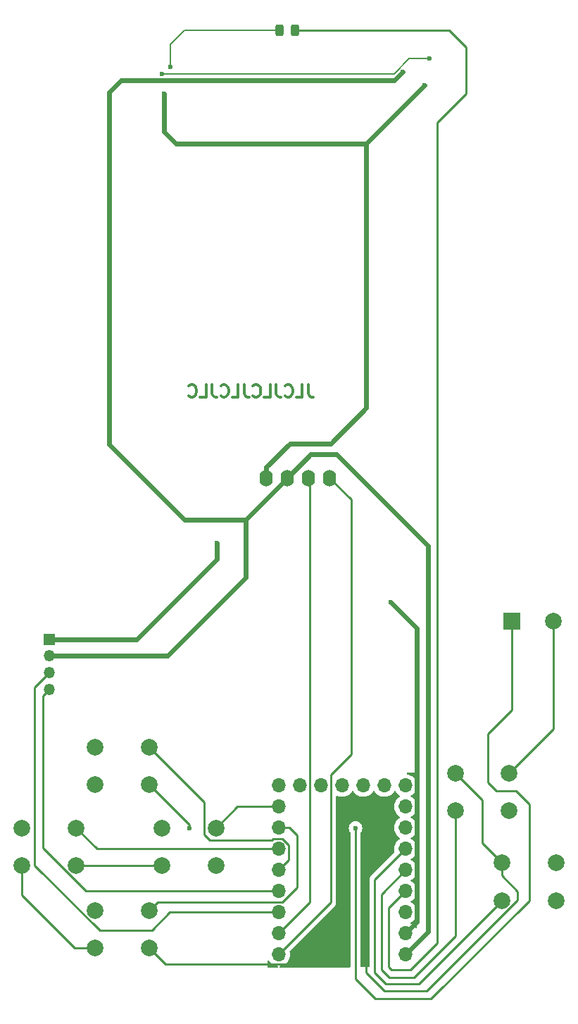
<source format=gbr>
G04 #@! TF.GenerationSoftware,KiCad,Pcbnew,8.0.5-8.0.5-0~ubuntu24.04.1*
G04 #@! TF.CreationDate,2024-10-08T07:52:30+09:00*
G04 #@! TF.ProjectId,gopher_bird_rp2040_sw,676f7068-6572-45f6-9269-72645f727032,rev?*
G04 #@! TF.SameCoordinates,Original*
G04 #@! TF.FileFunction,Copper,L2,Bot*
G04 #@! TF.FilePolarity,Positive*
%FSLAX46Y46*%
G04 Gerber Fmt 4.6, Leading zero omitted, Abs format (unit mm)*
G04 Created by KiCad (PCBNEW 8.0.5-8.0.5-0~ubuntu24.04.1) date 2024-10-08 07:52:30*
%MOMM*%
%LPD*%
G01*
G04 APERTURE LIST*
G04 Aperture macros list*
%AMRoundRect*
0 Rectangle with rounded corners*
0 $1 Rounding radius*
0 $2 $3 $4 $5 $6 $7 $8 $9 X,Y pos of 4 corners*
0 Add a 4 corners polygon primitive as box body*
4,1,4,$2,$3,$4,$5,$6,$7,$8,$9,$2,$3,0*
0 Add four circle primitives for the rounded corners*
1,1,$1+$1,$2,$3*
1,1,$1+$1,$4,$5*
1,1,$1+$1,$6,$7*
1,1,$1+$1,$8,$9*
0 Add four rect primitives between the rounded corners*
20,1,$1+$1,$2,$3,$4,$5,0*
20,1,$1+$1,$4,$5,$6,$7,0*
20,1,$1+$1,$6,$7,$8,$9,0*
20,1,$1+$1,$8,$9,$2,$3,0*%
G04 Aperture macros list end*
%ADD10C,0.300000*%
G04 #@! TA.AperFunction,NonConductor*
%ADD11C,0.300000*%
G04 #@! TD*
G04 #@! TA.AperFunction,ComponentPad*
%ADD12O,1.700000X1.700000*%
G04 #@! TD*
G04 #@! TA.AperFunction,ComponentPad*
%ADD13O,1.600000X2.000000*%
G04 #@! TD*
G04 #@! TA.AperFunction,ComponentPad*
%ADD14C,2.000000*%
G04 #@! TD*
G04 #@! TA.AperFunction,ComponentPad*
%ADD15R,1.350000X1.350000*%
G04 #@! TD*
G04 #@! TA.AperFunction,ComponentPad*
%ADD16O,1.350000X1.350000*%
G04 #@! TD*
G04 #@! TA.AperFunction,ComponentPad*
%ADD17R,2.000000X2.000000*%
G04 #@! TD*
G04 #@! TA.AperFunction,SMDPad,CuDef*
%ADD18RoundRect,0.243750X0.243750X0.456250X-0.243750X0.456250X-0.243750X-0.456250X0.243750X-0.456250X0*%
G04 #@! TD*
G04 #@! TA.AperFunction,ViaPad*
%ADD19C,0.600000*%
G04 #@! TD*
G04 #@! TA.AperFunction,Conductor*
%ADD20C,0.250000*%
G04 #@! TD*
G04 #@! TA.AperFunction,Conductor*
%ADD21C,0.600000*%
G04 #@! TD*
G04 #@! TA.AperFunction,Conductor*
%ADD22C,0.200000*%
G04 #@! TD*
G04 APERTURE END LIST*
D10*
D11*
X113016917Y-108500828D02*
X113016917Y-109572257D01*
X113016917Y-109572257D02*
X113088346Y-109786542D01*
X113088346Y-109786542D02*
X113231203Y-109929400D01*
X113231203Y-109929400D02*
X113445489Y-110000828D01*
X113445489Y-110000828D02*
X113588346Y-110000828D01*
X111588346Y-110000828D02*
X112302632Y-110000828D01*
X112302632Y-110000828D02*
X112302632Y-108500828D01*
X110231203Y-109857971D02*
X110302631Y-109929400D01*
X110302631Y-109929400D02*
X110516917Y-110000828D01*
X110516917Y-110000828D02*
X110659774Y-110000828D01*
X110659774Y-110000828D02*
X110874060Y-109929400D01*
X110874060Y-109929400D02*
X111016917Y-109786542D01*
X111016917Y-109786542D02*
X111088346Y-109643685D01*
X111088346Y-109643685D02*
X111159774Y-109357971D01*
X111159774Y-109357971D02*
X111159774Y-109143685D01*
X111159774Y-109143685D02*
X111088346Y-108857971D01*
X111088346Y-108857971D02*
X111016917Y-108715114D01*
X111016917Y-108715114D02*
X110874060Y-108572257D01*
X110874060Y-108572257D02*
X110659774Y-108500828D01*
X110659774Y-108500828D02*
X110516917Y-108500828D01*
X110516917Y-108500828D02*
X110302631Y-108572257D01*
X110302631Y-108572257D02*
X110231203Y-108643685D01*
X109159774Y-108500828D02*
X109159774Y-109572257D01*
X109159774Y-109572257D02*
X109231203Y-109786542D01*
X109231203Y-109786542D02*
X109374060Y-109929400D01*
X109374060Y-109929400D02*
X109588346Y-110000828D01*
X109588346Y-110000828D02*
X109731203Y-110000828D01*
X107731203Y-110000828D02*
X108445489Y-110000828D01*
X108445489Y-110000828D02*
X108445489Y-108500828D01*
X106374060Y-109857971D02*
X106445488Y-109929400D01*
X106445488Y-109929400D02*
X106659774Y-110000828D01*
X106659774Y-110000828D02*
X106802631Y-110000828D01*
X106802631Y-110000828D02*
X107016917Y-109929400D01*
X107016917Y-109929400D02*
X107159774Y-109786542D01*
X107159774Y-109786542D02*
X107231203Y-109643685D01*
X107231203Y-109643685D02*
X107302631Y-109357971D01*
X107302631Y-109357971D02*
X107302631Y-109143685D01*
X107302631Y-109143685D02*
X107231203Y-108857971D01*
X107231203Y-108857971D02*
X107159774Y-108715114D01*
X107159774Y-108715114D02*
X107016917Y-108572257D01*
X107016917Y-108572257D02*
X106802631Y-108500828D01*
X106802631Y-108500828D02*
X106659774Y-108500828D01*
X106659774Y-108500828D02*
X106445488Y-108572257D01*
X106445488Y-108572257D02*
X106374060Y-108643685D01*
X105302631Y-108500828D02*
X105302631Y-109572257D01*
X105302631Y-109572257D02*
X105374060Y-109786542D01*
X105374060Y-109786542D02*
X105516917Y-109929400D01*
X105516917Y-109929400D02*
X105731203Y-110000828D01*
X105731203Y-110000828D02*
X105874060Y-110000828D01*
X103874060Y-110000828D02*
X104588346Y-110000828D01*
X104588346Y-110000828D02*
X104588346Y-108500828D01*
X102516917Y-109857971D02*
X102588345Y-109929400D01*
X102588345Y-109929400D02*
X102802631Y-110000828D01*
X102802631Y-110000828D02*
X102945488Y-110000828D01*
X102945488Y-110000828D02*
X103159774Y-109929400D01*
X103159774Y-109929400D02*
X103302631Y-109786542D01*
X103302631Y-109786542D02*
X103374060Y-109643685D01*
X103374060Y-109643685D02*
X103445488Y-109357971D01*
X103445488Y-109357971D02*
X103445488Y-109143685D01*
X103445488Y-109143685D02*
X103374060Y-108857971D01*
X103374060Y-108857971D02*
X103302631Y-108715114D01*
X103302631Y-108715114D02*
X103159774Y-108572257D01*
X103159774Y-108572257D02*
X102945488Y-108500828D01*
X102945488Y-108500828D02*
X102802631Y-108500828D01*
X102802631Y-108500828D02*
X102588345Y-108572257D01*
X102588345Y-108572257D02*
X102516917Y-108643685D01*
X101445488Y-108500828D02*
X101445488Y-109572257D01*
X101445488Y-109572257D02*
X101516917Y-109786542D01*
X101516917Y-109786542D02*
X101659774Y-109929400D01*
X101659774Y-109929400D02*
X101874060Y-110000828D01*
X101874060Y-110000828D02*
X102016917Y-110000828D01*
X100016917Y-110000828D02*
X100731203Y-110000828D01*
X100731203Y-110000828D02*
X100731203Y-108500828D01*
X98659774Y-109857971D02*
X98731202Y-109929400D01*
X98731202Y-109929400D02*
X98945488Y-110000828D01*
X98945488Y-110000828D02*
X99088345Y-110000828D01*
X99088345Y-110000828D02*
X99302631Y-109929400D01*
X99302631Y-109929400D02*
X99445488Y-109786542D01*
X99445488Y-109786542D02*
X99516917Y-109643685D01*
X99516917Y-109643685D02*
X99588345Y-109357971D01*
X99588345Y-109357971D02*
X99588345Y-109143685D01*
X99588345Y-109143685D02*
X99516917Y-108857971D01*
X99516917Y-108857971D02*
X99445488Y-108715114D01*
X99445488Y-108715114D02*
X99302631Y-108572257D01*
X99302631Y-108572257D02*
X99088345Y-108500828D01*
X99088345Y-108500828D02*
X98945488Y-108500828D01*
X98945488Y-108500828D02*
X98731202Y-108572257D01*
X98731202Y-108572257D02*
X98659774Y-108643685D01*
D12*
X109460000Y-177000000D03*
X109460000Y-174460000D03*
X109460000Y-171920000D03*
X109460000Y-169380000D03*
X109460000Y-166840000D03*
X109460000Y-164300000D03*
X109460000Y-161760000D03*
X109460000Y-159220000D03*
X109460000Y-156680000D03*
X112000000Y-156680000D03*
X114540000Y-156680000D03*
X117080000Y-156680000D03*
X119620000Y-156680000D03*
X122160000Y-156680000D03*
X124700000Y-156680000D03*
X124700000Y-159220000D03*
X124700000Y-161760000D03*
X124700000Y-164300000D03*
X124700000Y-166840000D03*
X124700000Y-169380000D03*
X124700000Y-171920000D03*
X124700000Y-174460000D03*
X124700000Y-177000000D03*
D13*
X107980000Y-119700000D03*
X110520000Y-119700000D03*
X113060000Y-119700000D03*
X115600000Y-119700000D03*
D14*
X130700000Y-155200000D03*
X137200000Y-155200000D03*
X130700000Y-159700000D03*
X137200000Y-159700000D03*
X78600000Y-161800000D03*
X85100000Y-161800000D03*
X78600000Y-166300000D03*
X85100000Y-166300000D03*
X87400000Y-171700000D03*
X93900000Y-171700000D03*
X87400000Y-176200000D03*
X93900000Y-176200000D03*
D15*
X81900000Y-139100000D03*
D16*
X81900000Y-141100000D03*
X81900000Y-143100000D03*
X81900000Y-145100000D03*
D14*
X87400000Y-152100000D03*
X93900000Y-152100000D03*
X87400000Y-156600000D03*
X93900000Y-156600000D03*
X95400000Y-161800000D03*
X101900000Y-161800000D03*
X95400000Y-166300000D03*
X101900000Y-166300000D03*
X136300000Y-166000000D03*
X142800000Y-166000000D03*
X136300000Y-170500000D03*
X142800000Y-170500000D03*
D17*
X137500000Y-136900000D03*
D14*
X142500000Y-136900000D03*
D18*
X111400000Y-65900000D03*
X109525000Y-65900000D03*
D19*
X102000000Y-127500000D03*
X95700000Y-73500000D03*
X127000000Y-72500000D03*
X122900000Y-134600000D03*
X120000000Y-174500000D03*
X111600000Y-177900000D03*
X98700000Y-161800000D03*
X93000000Y-71900000D03*
X124400000Y-70900000D03*
X96400000Y-70300000D03*
X127600000Y-69300000D03*
X95400000Y-71100000D03*
X118700000Y-161800000D03*
D20*
X133900000Y-163600000D02*
X136300000Y-166000000D01*
X137200000Y-155200000D02*
X142500000Y-149900000D01*
X127273833Y-181400000D02*
X122200000Y-181400000D01*
X78600000Y-166300000D02*
X78600000Y-169900000D01*
X122200000Y-181400000D02*
X120000000Y-179200000D01*
X120000000Y-179200000D02*
X120000000Y-174500000D01*
D21*
X120000000Y-85200000D02*
X120000000Y-79500000D01*
X120000000Y-79500000D02*
X97100000Y-79500000D01*
X115700000Y-115600000D02*
X110800000Y-115600000D01*
X120000000Y-79500000D02*
X127000000Y-72500000D01*
D20*
X133900000Y-158400000D02*
X133900000Y-163600000D01*
X85100000Y-166300000D02*
X93500000Y-166300000D01*
X138200000Y-169400000D02*
X138200000Y-170473833D01*
D21*
X95700000Y-78100000D02*
X95700000Y-73500000D01*
X110800000Y-115600000D02*
X107980000Y-118420000D01*
X120000000Y-111300000D02*
X120000000Y-85200000D01*
D20*
X136300000Y-166000000D02*
X136300000Y-167500000D01*
X95875000Y-178175000D02*
X93900000Y-176200000D01*
X138200000Y-170473833D02*
X127273833Y-181400000D01*
X84900000Y-176200000D02*
X87400000Y-176200000D01*
X93500000Y-166300000D02*
X95400000Y-166300000D01*
D21*
X107980000Y-118420000D02*
X107980000Y-119700000D01*
D20*
X93900000Y-156600000D02*
X98700000Y-161400000D01*
D21*
X126050000Y-137750000D02*
X126050000Y-173110000D01*
X102000000Y-127500000D02*
X102000000Y-129500000D01*
X97100000Y-79500000D02*
X95700000Y-78100000D01*
X102000000Y-129500000D02*
X92400000Y-139100000D01*
D20*
X111600000Y-177900000D02*
X111325000Y-178175000D01*
X78600000Y-169900000D02*
X84900000Y-176200000D01*
X136300000Y-167500000D02*
X138200000Y-169400000D01*
X130700000Y-155200000D02*
X133900000Y-158400000D01*
X111325000Y-178175000D02*
X95875000Y-178175000D01*
D21*
X126050000Y-173110000D02*
X124700000Y-174460000D01*
D20*
X142500000Y-149900000D02*
X142500000Y-136900000D01*
D21*
X120000000Y-111300000D02*
X115700000Y-115600000D01*
X122900000Y-134600000D02*
X126050000Y-137750000D01*
D20*
X98700000Y-161400000D02*
X98700000Y-161800000D01*
D21*
X92400000Y-139100000D02*
X81900000Y-139100000D01*
X89100000Y-81300000D02*
X89100000Y-73300000D01*
X93000000Y-71900000D02*
X123400000Y-71900000D01*
X90500000Y-71900000D02*
X93000000Y-71900000D01*
X105500000Y-124720000D02*
X98120000Y-124720000D01*
X89100000Y-115700000D02*
X89100000Y-81300000D01*
X110520000Y-119920000D02*
X110520000Y-119700000D01*
X127400000Y-174300000D02*
X124700000Y-177000000D01*
X123400000Y-71900000D02*
X124400000Y-70900000D01*
X105500000Y-124720000D02*
X110520000Y-119700000D01*
X105500000Y-131700000D02*
X96100000Y-141100000D01*
X110520000Y-119700000D02*
X113320000Y-116900000D01*
X89100000Y-73300000D02*
X90300000Y-72100000D01*
X96100000Y-141100000D02*
X81900000Y-141100000D01*
X116400000Y-116900000D02*
X127400000Y-127900000D01*
X98120000Y-124720000D02*
X89100000Y-115700000D01*
X105500000Y-124720000D02*
X105500000Y-131700000D01*
X127400000Y-127900000D02*
X127400000Y-174300000D01*
X90300000Y-72100000D02*
X90500000Y-71900000D01*
X113320000Y-116900000D02*
X116400000Y-116900000D01*
D22*
X96400000Y-67600000D02*
X96400000Y-70300000D01*
X97800000Y-66200000D02*
X96400000Y-67600000D01*
X109525000Y-65900000D02*
X98100000Y-65900000D01*
X98100000Y-65900000D02*
X97800000Y-66200000D01*
X125151472Y-69300000D02*
X123351472Y-71100000D01*
X127600000Y-69300000D02*
X125151472Y-69300000D01*
X95400000Y-71100000D02*
X123351472Y-71100000D01*
D20*
X115715000Y-170745000D02*
X109460000Y-177000000D01*
X115715000Y-155385001D02*
X115715000Y-170745000D01*
X118168346Y-122268346D02*
X118168346Y-152931655D01*
X118168346Y-152931655D02*
X115715000Y-155385001D01*
X115600000Y-119700000D02*
X118168346Y-122268346D01*
X113175000Y-170745000D02*
X109460000Y-174460000D01*
X113060000Y-119700000D02*
X113175000Y-119815000D01*
X113175000Y-119815000D02*
X113175000Y-170745000D01*
X80100000Y-166273833D02*
X87926167Y-174100000D01*
X94200000Y-174100000D02*
X96380000Y-171920000D01*
X80100000Y-144900000D02*
X80100000Y-166273833D01*
X81900000Y-143100000D02*
X80100000Y-144900000D01*
X87926167Y-174100000D02*
X94200000Y-174100000D01*
X96380000Y-171920000D02*
X109460000Y-171920000D01*
X81100000Y-164173833D02*
X81100000Y-145900000D01*
X86306167Y-169380000D02*
X109460000Y-169380000D01*
X81100000Y-145900000D02*
X81900000Y-145100000D01*
X81100000Y-164173833D02*
X86306167Y-169380000D01*
X138000000Y-157300000D02*
X139600000Y-158900000D01*
X139600000Y-170500000D02*
X127800000Y-182300000D01*
X137500000Y-147600000D02*
X134600000Y-150500000D01*
X135600000Y-157300000D02*
X138000000Y-157300000D01*
X134600000Y-150500000D02*
X134600000Y-156300000D01*
X118700000Y-179900000D02*
X118700000Y-161800000D01*
X137500000Y-136900000D02*
X137500000Y-147600000D01*
X121100000Y-182300000D02*
X118700000Y-179900000D01*
X134600000Y-156300000D02*
X135600000Y-157300000D01*
X139600000Y-158900000D02*
X139600000Y-170500000D01*
X127800000Y-182300000D02*
X121100000Y-182300000D01*
X122700000Y-178500000D02*
X122700000Y-171380000D01*
X123000000Y-178800000D02*
X122700000Y-178500000D01*
X125300000Y-178800000D02*
X123000000Y-178800000D01*
X128500000Y-77000000D02*
X128500000Y-175600000D01*
X132000000Y-73500000D02*
X128500000Y-77000000D01*
X128500000Y-175600000D02*
X125300000Y-178800000D01*
X132000000Y-67900000D02*
X132000000Y-73500000D01*
X122700000Y-171380000D02*
X124700000Y-169380000D01*
X130000000Y-65900000D02*
X132000000Y-67900000D01*
X111400000Y-65900000D02*
X130000000Y-65900000D01*
X109921701Y-163100000D02*
X110700000Y-163878299D01*
X100500000Y-162600000D02*
X101200000Y-163300000D01*
X101200000Y-163300000D02*
X108608299Y-163300000D01*
X108808299Y-163100000D02*
X109921701Y-163100000D01*
X93900000Y-152100000D02*
X100500000Y-158700000D01*
X110700000Y-165600000D02*
X109460000Y-166840000D01*
X108608299Y-163300000D02*
X108808299Y-163100000D01*
X100500000Y-158700000D02*
X100500000Y-162600000D01*
X110700000Y-163878299D02*
X110700000Y-165600000D01*
X87600000Y-164300000D02*
X85100000Y-161800000D01*
X109460000Y-164300000D02*
X87600000Y-164300000D01*
X109900000Y-170700000D02*
X111700000Y-168900000D01*
X94900000Y-170700000D02*
X109900000Y-170700000D01*
X111700000Y-162700000D02*
X110760000Y-161760000D01*
X93900000Y-171700000D02*
X94900000Y-170700000D01*
X110760000Y-161760000D02*
X109460000Y-161760000D01*
X111700000Y-168900000D02*
X111700000Y-162700000D01*
X109460000Y-159220000D02*
X104480000Y-159220000D01*
X104480000Y-159220000D02*
X101900000Y-161800000D01*
X121800000Y-178800000D02*
X121800000Y-169740000D01*
X130700000Y-159700000D02*
X130700000Y-174800000D01*
X121800000Y-169740000D02*
X124700000Y-166840000D01*
X125700000Y-179800000D02*
X122800000Y-179800000D01*
X130700000Y-174800000D02*
X125700000Y-179800000D01*
X122800000Y-179800000D02*
X121800000Y-178800000D01*
X122300000Y-180500000D02*
X121000000Y-179200000D01*
X121000000Y-168000000D02*
X124700000Y-164300000D01*
X136300000Y-170500000D02*
X126300000Y-180500000D01*
X126300000Y-180500000D02*
X122300000Y-180500000D01*
X121000000Y-179200000D02*
X121000000Y-168000000D01*
G04 #@! TA.AperFunction,Conductor*
G36*
X108305203Y-177724943D02*
G01*
X108327804Y-177750829D01*
X108384278Y-177837268D01*
X108384283Y-177837273D01*
X108384284Y-177837276D01*
X108536756Y-178002902D01*
X108536760Y-178002906D01*
X108714424Y-178141189D01*
X108714425Y-178141189D01*
X108714427Y-178141191D01*
X108841135Y-178209761D01*
X108912426Y-178248342D01*
X109125365Y-178321444D01*
X109279996Y-178347247D01*
X109342879Y-178377696D01*
X109379319Y-178437311D01*
X109377745Y-178507162D01*
X109338655Y-178565074D01*
X109274461Y-178592659D01*
X109260274Y-178593553D01*
X108224689Y-178599307D01*
X108157541Y-178579995D01*
X108111494Y-178527446D01*
X108100000Y-178475309D01*
X108100000Y-177818656D01*
X108119685Y-177751617D01*
X108172489Y-177705862D01*
X108241647Y-177695918D01*
X108305203Y-177724943D01*
G37*
G04 #@! TD.AperFunction*
G04 #@! TA.AperFunction,Conductor*
G36*
X123511905Y-157353515D02*
G01*
X123533804Y-157378787D01*
X123624278Y-157517268D01*
X123624283Y-157517273D01*
X123624284Y-157517276D01*
X123776756Y-157682902D01*
X123776760Y-157682906D01*
X123954424Y-157821189D01*
X123954429Y-157821191D01*
X123954431Y-157821193D01*
X123990930Y-157840946D01*
X124040520Y-157890165D01*
X124055628Y-157958382D01*
X124031457Y-158023937D01*
X123990930Y-158059054D01*
X123954431Y-158078806D01*
X123954422Y-158078812D01*
X123776761Y-158217092D01*
X123776756Y-158217097D01*
X123624284Y-158382723D01*
X123624276Y-158382734D01*
X123501140Y-158571207D01*
X123410703Y-158777385D01*
X123355436Y-158995628D01*
X123355434Y-158995640D01*
X123336844Y-159219994D01*
X123336844Y-159220005D01*
X123355434Y-159444359D01*
X123355436Y-159444371D01*
X123410703Y-159662614D01*
X123501140Y-159868792D01*
X123624276Y-160057265D01*
X123624284Y-160057276D01*
X123776756Y-160222902D01*
X123776760Y-160222906D01*
X123954424Y-160361189D01*
X123954429Y-160361191D01*
X123954431Y-160361193D01*
X123990930Y-160380946D01*
X124040520Y-160430165D01*
X124055628Y-160498382D01*
X124031457Y-160563937D01*
X123990930Y-160599054D01*
X123954431Y-160618806D01*
X123954422Y-160618812D01*
X123776761Y-160757092D01*
X123776756Y-160757097D01*
X123624284Y-160922723D01*
X123624276Y-160922734D01*
X123501140Y-161111207D01*
X123410703Y-161317385D01*
X123355436Y-161535628D01*
X123355434Y-161535640D01*
X123336844Y-161759994D01*
X123336844Y-161760005D01*
X123355434Y-161984359D01*
X123355436Y-161984371D01*
X123410703Y-162202614D01*
X123501140Y-162408792D01*
X123624276Y-162597265D01*
X123624284Y-162597276D01*
X123776756Y-162762902D01*
X123776760Y-162762906D01*
X123954424Y-162901189D01*
X123954429Y-162901191D01*
X123954431Y-162901193D01*
X123990930Y-162920946D01*
X124040520Y-162970165D01*
X124055628Y-163038382D01*
X124031457Y-163103937D01*
X123990930Y-163139054D01*
X123954431Y-163158806D01*
X123954422Y-163158812D01*
X123776761Y-163297092D01*
X123776756Y-163297097D01*
X123624284Y-163462723D01*
X123624276Y-163462734D01*
X123501140Y-163651207D01*
X123410703Y-163857385D01*
X123355436Y-164075628D01*
X123355434Y-164075640D01*
X123336844Y-164299994D01*
X123336844Y-164300005D01*
X123355435Y-164524364D01*
X123383461Y-164635037D01*
X123380836Y-164704857D01*
X123350936Y-164753158D01*
X121265890Y-166838206D01*
X120596167Y-167507929D01*
X120568178Y-167535918D01*
X120507927Y-167596168D01*
X120438603Y-167699918D01*
X120438598Y-167699927D01*
X120390845Y-167815214D01*
X120390843Y-167815222D01*
X120366500Y-167937601D01*
X120366500Y-178408539D01*
X120346815Y-178475578D01*
X120294011Y-178521333D01*
X120243189Y-178532537D01*
X119458189Y-178536898D01*
X119391041Y-178517586D01*
X119344994Y-178465037D01*
X119333500Y-178412900D01*
X119333500Y-162347160D01*
X119352507Y-162281188D01*
X119433039Y-162153022D01*
X119433041Y-162153019D01*
X119433041Y-162153017D01*
X119433043Y-162153015D01*
X119493217Y-161981047D01*
X119513616Y-161800000D01*
X119509109Y-161760000D01*
X119493218Y-161618958D01*
X119493217Y-161618953D01*
X119433043Y-161446985D01*
X119336111Y-161292719D01*
X119207281Y-161163889D01*
X119186522Y-161150845D01*
X119053017Y-161066958D01*
X119053016Y-161066957D01*
X119053015Y-161066957D01*
X118998693Y-161047949D01*
X118881046Y-161006782D01*
X118881041Y-161006781D01*
X118700004Y-160986384D01*
X118699996Y-160986384D01*
X118518958Y-161006781D01*
X118518953Y-161006782D01*
X118346982Y-161066958D01*
X118192718Y-161163889D01*
X118063889Y-161292718D01*
X117966958Y-161446982D01*
X117906782Y-161618953D01*
X117906781Y-161618958D01*
X117886384Y-161799996D01*
X117886384Y-161800003D01*
X117906781Y-161981041D01*
X117906782Y-161981046D01*
X117966958Y-162153019D01*
X117966960Y-162153022D01*
X118047493Y-162281188D01*
X118066500Y-162347160D01*
X118066500Y-178421317D01*
X118046815Y-178488356D01*
X117994011Y-178534111D01*
X117943189Y-178545315D01*
X109674908Y-178591250D01*
X109607760Y-178571938D01*
X109561713Y-178519389D01*
X109551385Y-178450287D01*
X109580056Y-178386571D01*
X109638624Y-178348471D01*
X109653804Y-178344944D01*
X109794635Y-178321444D01*
X110007574Y-178248342D01*
X110205576Y-178141189D01*
X110383240Y-178002906D01*
X110535722Y-177837268D01*
X110658860Y-177648791D01*
X110749296Y-177442616D01*
X110804564Y-177224368D01*
X110823156Y-177000000D01*
X110804564Y-176775632D01*
X110776538Y-176664960D01*
X110779163Y-176595140D01*
X110809061Y-176546841D01*
X116207071Y-171148833D01*
X116276400Y-171045075D01*
X116324155Y-170929785D01*
X116348500Y-170807394D01*
X116348500Y-170682606D01*
X116348500Y-158036905D01*
X116368185Y-157969866D01*
X116420989Y-157924111D01*
X116490147Y-157914167D01*
X116527606Y-157926557D01*
X116527728Y-157926281D01*
X116530664Y-157927569D01*
X116531521Y-157927852D01*
X116532426Y-157928342D01*
X116745365Y-158001444D01*
X116967431Y-158038500D01*
X117192569Y-158038500D01*
X117414635Y-158001444D01*
X117627574Y-157928342D01*
X117825576Y-157821189D01*
X118003240Y-157682906D01*
X118155722Y-157517268D01*
X118246193Y-157378790D01*
X118299338Y-157333437D01*
X118368569Y-157324013D01*
X118431905Y-157353515D01*
X118453804Y-157378787D01*
X118544278Y-157517268D01*
X118544283Y-157517273D01*
X118544284Y-157517276D01*
X118696756Y-157682902D01*
X118696760Y-157682906D01*
X118874424Y-157821189D01*
X118874425Y-157821189D01*
X118874427Y-157821191D01*
X118975824Y-157876064D01*
X119072426Y-157928342D01*
X119285365Y-158001444D01*
X119507431Y-158038500D01*
X119732569Y-158038500D01*
X119954635Y-158001444D01*
X120167574Y-157928342D01*
X120365576Y-157821189D01*
X120543240Y-157682906D01*
X120695722Y-157517268D01*
X120786193Y-157378790D01*
X120839338Y-157333437D01*
X120908569Y-157324013D01*
X120971905Y-157353515D01*
X120993804Y-157378787D01*
X121084278Y-157517268D01*
X121084283Y-157517273D01*
X121084284Y-157517276D01*
X121236756Y-157682902D01*
X121236760Y-157682906D01*
X121414424Y-157821189D01*
X121414425Y-157821189D01*
X121414427Y-157821191D01*
X121515824Y-157876064D01*
X121612426Y-157928342D01*
X121825365Y-158001444D01*
X122047431Y-158038500D01*
X122272569Y-158038500D01*
X122494635Y-158001444D01*
X122707574Y-157928342D01*
X122905576Y-157821189D01*
X123083240Y-157682906D01*
X123235722Y-157517268D01*
X123326193Y-157378790D01*
X123379338Y-157333437D01*
X123448569Y-157324013D01*
X123511905Y-157353515D01*
G37*
G04 #@! TD.AperFunction*
G04 #@! TA.AperFunction,Conductor*
G36*
X126057905Y-172584332D02*
G01*
X126095236Y-172643393D01*
X126100000Y-172677432D01*
X126100000Y-173712476D01*
X126080315Y-173779515D01*
X126027511Y-173825270D01*
X125958353Y-173835214D01*
X125894797Y-173806189D01*
X125874425Y-173783600D01*
X125738109Y-173588922D01*
X125738108Y-173588920D01*
X125571082Y-173421894D01*
X125390197Y-173295236D01*
X125346572Y-173240659D01*
X125339380Y-173171160D01*
X125370902Y-173108806D01*
X125402300Y-173084608D01*
X125445576Y-173061189D01*
X125623240Y-172922906D01*
X125775722Y-172757268D01*
X125872192Y-172609608D01*
X125925338Y-172564254D01*
X125994569Y-172554830D01*
X126057905Y-172584332D01*
G37*
G04 #@! TD.AperFunction*
G04 #@! TA.AperFunction,Conductor*
G36*
X126057905Y-170044332D02*
G01*
X126095236Y-170103393D01*
X126100000Y-170137432D01*
X126100000Y-171162567D01*
X126080315Y-171229606D01*
X126027511Y-171275361D01*
X125958353Y-171285305D01*
X125894797Y-171256280D01*
X125872192Y-171230389D01*
X125789508Y-171103833D01*
X125775722Y-171082732D01*
X125775719Y-171082729D01*
X125775715Y-171082723D01*
X125623243Y-170917097D01*
X125623238Y-170917092D01*
X125445577Y-170778812D01*
X125445578Y-170778812D01*
X125445576Y-170778811D01*
X125409070Y-170759055D01*
X125359479Y-170709836D01*
X125344371Y-170641619D01*
X125368541Y-170576064D01*
X125409070Y-170540945D01*
X125412823Y-170538914D01*
X125445576Y-170521189D01*
X125623240Y-170382906D01*
X125775722Y-170217268D01*
X125872192Y-170069608D01*
X125925338Y-170024254D01*
X125994569Y-170014830D01*
X126057905Y-170044332D01*
G37*
G04 #@! TD.AperFunction*
G04 #@! TA.AperFunction,Conductor*
G36*
X126057905Y-167504332D02*
G01*
X126095236Y-167563393D01*
X126100000Y-167597432D01*
X126100000Y-168622567D01*
X126080315Y-168689606D01*
X126027511Y-168735361D01*
X125958353Y-168745305D01*
X125894797Y-168716280D01*
X125872192Y-168690389D01*
X125775723Y-168542734D01*
X125775715Y-168542723D01*
X125623243Y-168377097D01*
X125623238Y-168377092D01*
X125445577Y-168238812D01*
X125445578Y-168238812D01*
X125445576Y-168238811D01*
X125409070Y-168219055D01*
X125359479Y-168169836D01*
X125344371Y-168101619D01*
X125368541Y-168036064D01*
X125409070Y-168000945D01*
X125409084Y-168000936D01*
X125445576Y-167981189D01*
X125623240Y-167842906D01*
X125775722Y-167677268D01*
X125872192Y-167529608D01*
X125925338Y-167484254D01*
X125994569Y-167474830D01*
X126057905Y-167504332D01*
G37*
G04 #@! TD.AperFunction*
G04 #@! TA.AperFunction,Conductor*
G36*
X126057905Y-164964332D02*
G01*
X126095236Y-165023393D01*
X126100000Y-165057432D01*
X126100000Y-166082567D01*
X126080315Y-166149606D01*
X126027511Y-166195361D01*
X125958353Y-166205305D01*
X125894797Y-166176280D01*
X125872192Y-166150389D01*
X125775723Y-166002734D01*
X125775715Y-166002723D01*
X125623243Y-165837097D01*
X125623238Y-165837092D01*
X125445577Y-165698812D01*
X125445578Y-165698812D01*
X125445576Y-165698811D01*
X125409070Y-165679055D01*
X125359479Y-165629836D01*
X125344371Y-165561619D01*
X125368541Y-165496064D01*
X125409070Y-165460945D01*
X125409084Y-165460936D01*
X125445576Y-165441189D01*
X125623240Y-165302906D01*
X125775722Y-165137268D01*
X125872192Y-164989608D01*
X125925338Y-164944254D01*
X125994569Y-164934830D01*
X126057905Y-164964332D01*
G37*
G04 #@! TD.AperFunction*
G04 #@! TA.AperFunction,Conductor*
G36*
X126057905Y-162424332D02*
G01*
X126095236Y-162483393D01*
X126100000Y-162517432D01*
X126100000Y-163542567D01*
X126080315Y-163609606D01*
X126027511Y-163655361D01*
X125958353Y-163665305D01*
X125894797Y-163636280D01*
X125872192Y-163610389D01*
X125775723Y-163462734D01*
X125775715Y-163462723D01*
X125623243Y-163297097D01*
X125623238Y-163297092D01*
X125445577Y-163158812D01*
X125445578Y-163158812D01*
X125445576Y-163158811D01*
X125409070Y-163139055D01*
X125359479Y-163089836D01*
X125344371Y-163021619D01*
X125368541Y-162956064D01*
X125409070Y-162920945D01*
X125409084Y-162920936D01*
X125445576Y-162901189D01*
X125623240Y-162762906D01*
X125775722Y-162597268D01*
X125872192Y-162449608D01*
X125925338Y-162404254D01*
X125994569Y-162394830D01*
X126057905Y-162424332D01*
G37*
G04 #@! TD.AperFunction*
G04 #@! TA.AperFunction,Conductor*
G36*
X126057905Y-159884332D02*
G01*
X126095236Y-159943393D01*
X126100000Y-159977432D01*
X126100000Y-161002567D01*
X126080315Y-161069606D01*
X126027511Y-161115361D01*
X125958353Y-161125305D01*
X125894797Y-161096280D01*
X125872192Y-161070389D01*
X125775723Y-160922734D01*
X125775715Y-160922723D01*
X125623243Y-160757097D01*
X125623238Y-160757092D01*
X125445577Y-160618812D01*
X125445578Y-160618812D01*
X125445576Y-160618811D01*
X125409070Y-160599055D01*
X125359479Y-160549836D01*
X125344371Y-160481619D01*
X125368541Y-160416064D01*
X125409070Y-160380945D01*
X125409084Y-160380936D01*
X125445576Y-160361189D01*
X125623240Y-160222906D01*
X125775722Y-160057268D01*
X125872192Y-159909608D01*
X125925338Y-159864254D01*
X125994569Y-159854830D01*
X126057905Y-159884332D01*
G37*
G04 #@! TD.AperFunction*
G04 #@! TA.AperFunction,Conductor*
G36*
X126057905Y-157344332D02*
G01*
X126095236Y-157403393D01*
X126100000Y-157437432D01*
X126100000Y-158462567D01*
X126080315Y-158529606D01*
X126027511Y-158575361D01*
X125958353Y-158585305D01*
X125894797Y-158556280D01*
X125872192Y-158530389D01*
X125775723Y-158382734D01*
X125775715Y-158382723D01*
X125623243Y-158217097D01*
X125623238Y-158217092D01*
X125445577Y-158078812D01*
X125445578Y-158078812D01*
X125445576Y-158078811D01*
X125409070Y-158059055D01*
X125359479Y-158009836D01*
X125344371Y-157941619D01*
X125368541Y-157876064D01*
X125409070Y-157840945D01*
X125409084Y-157840936D01*
X125445576Y-157821189D01*
X125623240Y-157682906D01*
X125775722Y-157517268D01*
X125872192Y-157369608D01*
X125925338Y-157324254D01*
X125994569Y-157314830D01*
X126057905Y-157344332D01*
G37*
G04 #@! TD.AperFunction*
G04 #@! TA.AperFunction,Conductor*
G36*
X126043039Y-155119685D02*
G01*
X126088794Y-155172489D01*
X126100000Y-155224000D01*
X126100000Y-155922567D01*
X126080315Y-155989606D01*
X126027511Y-156035361D01*
X125958353Y-156045305D01*
X125894797Y-156016280D01*
X125872192Y-155990389D01*
X125775723Y-155842734D01*
X125775715Y-155842723D01*
X125623243Y-155677097D01*
X125623238Y-155677092D01*
X125445577Y-155538812D01*
X125445572Y-155538808D01*
X125247580Y-155431661D01*
X125247577Y-155431659D01*
X125247574Y-155431658D01*
X125247571Y-155431657D01*
X125247569Y-155431656D01*
X125034637Y-155358556D01*
X124961243Y-155346309D01*
X124898357Y-155315859D01*
X124861918Y-155256244D01*
X124863493Y-155186392D01*
X124902583Y-155128480D01*
X124966776Y-155100896D01*
X124981652Y-155100000D01*
X125976000Y-155100000D01*
X126043039Y-155119685D01*
G37*
G04 #@! TD.AperFunction*
M02*

</source>
